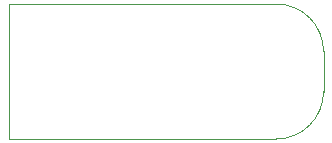
<source format=gbr>
%TF.GenerationSoftware,KiCad,Pcbnew,7.0.7*%
%TF.CreationDate,2024-04-15T22:19:55-04:00*%
%TF.ProjectId,apds9960_breakout,61706473-3939-4363-905f-627265616b6f,rev?*%
%TF.SameCoordinates,Original*%
%TF.FileFunction,Profile,NP*%
%FSLAX46Y46*%
G04 Gerber Fmt 4.6, Leading zero omitted, Abs format (unit mm)*
G04 Created by KiCad (PCBNEW 7.0.7) date 2024-04-15 22:19:55*
%MOMM*%
%LPD*%
G01*
G04 APERTURE LIST*
%TA.AperFunction,Profile*%
%ADD10C,0.100000*%
%TD*%
G04 APERTURE END LIST*
D10*
X124460000Y-94615000D02*
X147130000Y-94615000D01*
X151130000Y-87185000D02*
G75*
G03*
X147130000Y-83185000I-4000000J0D01*
G01*
X124460000Y-83185000D02*
X124460000Y-94615000D01*
X147130000Y-94615000D02*
G75*
G03*
X151130000Y-90615000I0J4000000D01*
G01*
X151130000Y-90615000D02*
X151130000Y-87185000D01*
X147130000Y-83185000D02*
X124460000Y-83185000D01*
M02*

</source>
